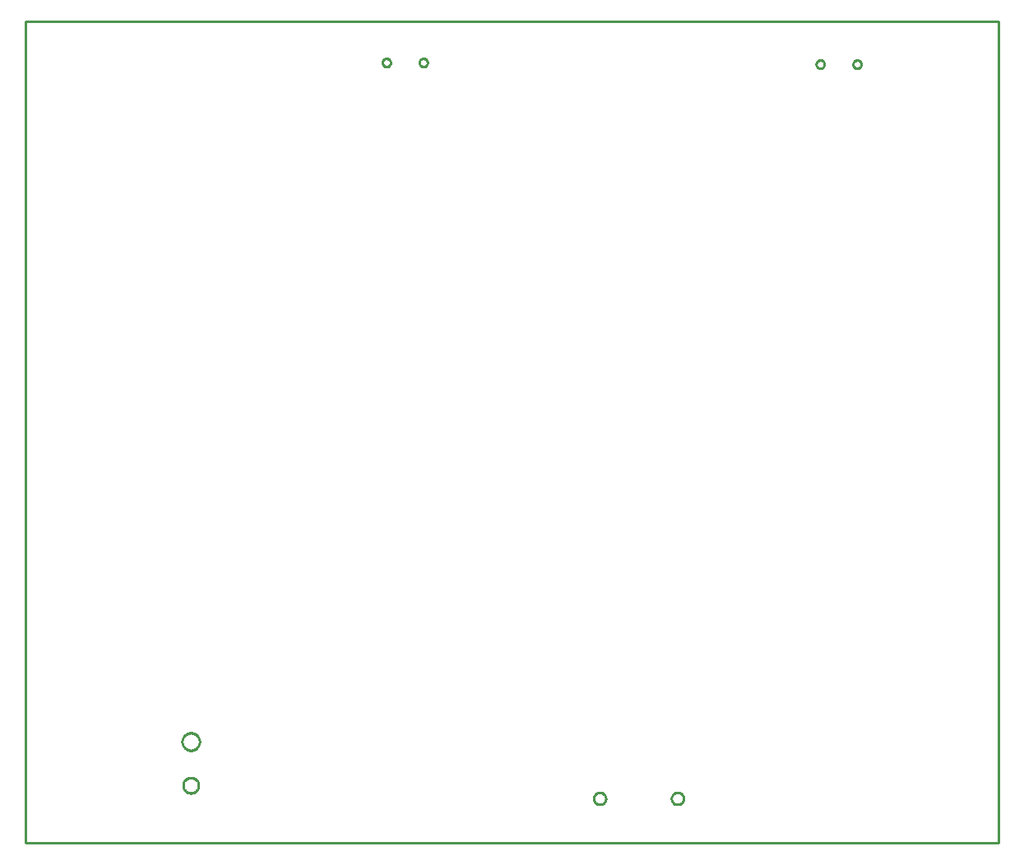
<source format=gbr>
G04 EAGLE Gerber RS-274X export*
G75*
%MOMM*%
%FSLAX34Y34*%
%LPD*%
%IN*%
%IPPOS*%
%AMOC8*
5,1,8,0,0,1.08239X$1,22.5*%
G01*
%ADD10C,0.254000*%


D10*
X-4000Y0D02*
X997500Y0D01*
X997500Y846000D01*
X-4000Y846000D01*
X-4000Y0D01*
X175090Y104137D02*
X175022Y103354D01*
X174885Y102580D01*
X174682Y101821D01*
X174413Y101083D01*
X174081Y100370D01*
X173688Y99690D01*
X173237Y99046D01*
X172732Y98444D01*
X172176Y97888D01*
X171574Y97383D01*
X170930Y96932D01*
X170250Y96539D01*
X169537Y96207D01*
X168799Y95938D01*
X168040Y95735D01*
X167266Y95599D01*
X166483Y95530D01*
X165697Y95530D01*
X164914Y95599D01*
X164140Y95735D01*
X163381Y95938D01*
X162643Y96207D01*
X161930Y96539D01*
X161250Y96932D01*
X160606Y97383D01*
X160004Y97888D01*
X159448Y98444D01*
X158943Y99046D01*
X158492Y99690D01*
X158099Y100370D01*
X157767Y101083D01*
X157498Y101821D01*
X157295Y102580D01*
X157159Y103354D01*
X157090Y104137D01*
X157090Y104923D01*
X157159Y105706D01*
X157295Y106480D01*
X157498Y107239D01*
X157767Y107977D01*
X158099Y108690D01*
X158492Y109370D01*
X158943Y110014D01*
X159448Y110616D01*
X160004Y111172D01*
X160606Y111677D01*
X161250Y112128D01*
X161930Y112521D01*
X162643Y112853D01*
X163381Y113122D01*
X164140Y113325D01*
X164914Y113462D01*
X165697Y113530D01*
X166483Y113530D01*
X167266Y113462D01*
X168040Y113325D01*
X168799Y113122D01*
X169537Y112853D01*
X170250Y112521D01*
X170930Y112128D01*
X171574Y111677D01*
X172176Y111172D01*
X172732Y110616D01*
X173237Y110014D01*
X173688Y109370D01*
X174081Y108690D01*
X174413Y107977D01*
X174682Y107239D01*
X174885Y106480D01*
X175022Y105706D01*
X175090Y104923D01*
X175090Y104137D01*
X174090Y59137D02*
X174013Y58355D01*
X173860Y57584D01*
X173631Y56832D01*
X173331Y56105D01*
X172960Y55412D01*
X172523Y54759D01*
X172025Y54151D01*
X171469Y53595D01*
X170861Y53097D01*
X170208Y52660D01*
X169515Y52289D01*
X168788Y51989D01*
X168036Y51760D01*
X167265Y51607D01*
X166483Y51530D01*
X165697Y51530D01*
X164915Y51607D01*
X164144Y51760D01*
X163392Y51989D01*
X162665Y52289D01*
X161972Y52660D01*
X161319Y53097D01*
X160711Y53595D01*
X160155Y54151D01*
X159657Y54759D01*
X159220Y55412D01*
X158849Y56105D01*
X158549Y56832D01*
X158320Y57584D01*
X158167Y58355D01*
X158090Y59137D01*
X158090Y59923D01*
X158167Y60705D01*
X158320Y61476D01*
X158549Y62228D01*
X158849Y62955D01*
X159220Y63648D01*
X159657Y64301D01*
X160155Y64909D01*
X160711Y65465D01*
X161319Y65963D01*
X161972Y66400D01*
X162665Y66771D01*
X163392Y67071D01*
X164144Y67300D01*
X164915Y67453D01*
X165697Y67530D01*
X166483Y67530D01*
X167265Y67453D01*
X168036Y67300D01*
X168788Y67071D01*
X169515Y66771D01*
X170208Y66400D01*
X170861Y65963D01*
X171469Y65465D01*
X172025Y64909D01*
X172523Y64301D01*
X172960Y63648D01*
X173331Y62955D01*
X173631Y62228D01*
X173860Y61476D01*
X174013Y60705D01*
X174090Y59923D01*
X174090Y59137D01*
X405151Y799470D02*
X404599Y799543D01*
X404061Y799687D01*
X403546Y799900D01*
X403064Y800179D01*
X402622Y800518D01*
X402228Y800912D01*
X401889Y801354D01*
X401610Y801836D01*
X401397Y802351D01*
X401253Y802889D01*
X401180Y803441D01*
X401180Y803999D01*
X401253Y804551D01*
X401397Y805089D01*
X401610Y805604D01*
X401889Y806086D01*
X402228Y806528D01*
X402622Y806922D01*
X403064Y807261D01*
X403546Y807540D01*
X404061Y807753D01*
X404599Y807897D01*
X405151Y807970D01*
X405709Y807970D01*
X406261Y807897D01*
X406799Y807753D01*
X407314Y807540D01*
X407796Y807261D01*
X408238Y806922D01*
X408632Y806528D01*
X408971Y806086D01*
X409250Y805604D01*
X409463Y805089D01*
X409607Y804551D01*
X409680Y803999D01*
X409680Y803441D01*
X409607Y802889D01*
X409463Y802351D01*
X409250Y801836D01*
X408971Y801354D01*
X408632Y800912D01*
X408238Y800518D01*
X407796Y800179D01*
X407314Y799900D01*
X406799Y799687D01*
X406261Y799543D01*
X405709Y799470D01*
X405151Y799470D01*
X367151Y799470D02*
X366599Y799543D01*
X366061Y799687D01*
X365546Y799900D01*
X365064Y800179D01*
X364622Y800518D01*
X364228Y800912D01*
X363889Y801354D01*
X363610Y801836D01*
X363397Y802351D01*
X363253Y802889D01*
X363180Y803441D01*
X363180Y803999D01*
X363253Y804551D01*
X363397Y805089D01*
X363610Y805604D01*
X363889Y806086D01*
X364228Y806528D01*
X364622Y806922D01*
X365064Y807261D01*
X365546Y807540D01*
X366061Y807753D01*
X366599Y807897D01*
X367151Y807970D01*
X367709Y807970D01*
X368261Y807897D01*
X368799Y807753D01*
X369314Y807540D01*
X369796Y807261D01*
X370238Y806922D01*
X370632Y806528D01*
X370971Y806086D01*
X371250Y805604D01*
X371463Y805089D01*
X371607Y804551D01*
X371680Y803999D01*
X371680Y803441D01*
X371607Y802889D01*
X371463Y802351D01*
X371250Y801836D01*
X370971Y801354D01*
X370632Y800912D01*
X370238Y800518D01*
X369796Y800179D01*
X369314Y799900D01*
X368799Y799687D01*
X368261Y799543D01*
X367709Y799470D01*
X367151Y799470D01*
X660750Y46351D02*
X660829Y47049D01*
X660985Y47733D01*
X661217Y48396D01*
X661521Y49028D01*
X661895Y49622D01*
X662332Y50171D01*
X662829Y50668D01*
X663378Y51105D01*
X663972Y51479D01*
X664604Y51783D01*
X665267Y52015D01*
X665951Y52171D01*
X666649Y52250D01*
X667351Y52250D01*
X668049Y52171D01*
X668733Y52015D01*
X669396Y51783D01*
X670028Y51479D01*
X670622Y51105D01*
X671171Y50668D01*
X671668Y50171D01*
X672105Y49622D01*
X672479Y49028D01*
X672783Y48396D01*
X673015Y47733D01*
X673171Y47049D01*
X673250Y46351D01*
X673250Y45649D01*
X673171Y44951D01*
X673015Y44267D01*
X672783Y43604D01*
X672479Y42972D01*
X672105Y42378D01*
X671668Y41829D01*
X671171Y41332D01*
X670622Y40895D01*
X670028Y40521D01*
X669396Y40217D01*
X668733Y39985D01*
X668049Y39829D01*
X667351Y39750D01*
X666649Y39750D01*
X665951Y39829D01*
X665267Y39985D01*
X664604Y40217D01*
X663972Y40521D01*
X663378Y40895D01*
X662829Y41332D01*
X662332Y41829D01*
X661895Y42378D01*
X661521Y42972D01*
X661217Y43604D01*
X660985Y44267D01*
X660829Y44951D01*
X660750Y45649D01*
X660750Y46351D01*
X580750Y46351D02*
X580829Y47049D01*
X580985Y47733D01*
X581217Y48396D01*
X581521Y49028D01*
X581895Y49622D01*
X582332Y50171D01*
X582829Y50668D01*
X583378Y51105D01*
X583972Y51479D01*
X584604Y51783D01*
X585267Y52015D01*
X585951Y52171D01*
X586649Y52250D01*
X587351Y52250D01*
X588049Y52171D01*
X588733Y52015D01*
X589396Y51783D01*
X590028Y51479D01*
X590622Y51105D01*
X591171Y50668D01*
X591668Y50171D01*
X592105Y49622D01*
X592479Y49028D01*
X592783Y48396D01*
X593015Y47733D01*
X593171Y47049D01*
X593250Y46351D01*
X593250Y45649D01*
X593171Y44951D01*
X593015Y44267D01*
X592783Y43604D01*
X592479Y42972D01*
X592105Y42378D01*
X591668Y41829D01*
X591171Y41332D01*
X590622Y40895D01*
X590028Y40521D01*
X589396Y40217D01*
X588733Y39985D01*
X588049Y39829D01*
X587351Y39750D01*
X586649Y39750D01*
X585951Y39829D01*
X585267Y39985D01*
X584604Y40217D01*
X583972Y40521D01*
X583378Y40895D01*
X582829Y41332D01*
X582332Y41829D01*
X581895Y42378D01*
X581521Y42972D01*
X581217Y43604D01*
X580985Y44267D01*
X580829Y44951D01*
X580750Y45649D01*
X580750Y46351D01*
X851721Y797750D02*
X851169Y797823D01*
X850631Y797967D01*
X850116Y798180D01*
X849634Y798459D01*
X849192Y798798D01*
X848798Y799192D01*
X848459Y799634D01*
X848180Y800116D01*
X847967Y800631D01*
X847823Y801169D01*
X847750Y801721D01*
X847750Y802279D01*
X847823Y802831D01*
X847967Y803369D01*
X848180Y803884D01*
X848459Y804366D01*
X848798Y804808D01*
X849192Y805202D01*
X849634Y805541D01*
X850116Y805820D01*
X850631Y806033D01*
X851169Y806177D01*
X851721Y806250D01*
X852279Y806250D01*
X852831Y806177D01*
X853369Y806033D01*
X853884Y805820D01*
X854366Y805541D01*
X854808Y805202D01*
X855202Y804808D01*
X855541Y804366D01*
X855820Y803884D01*
X856033Y803369D01*
X856177Y802831D01*
X856250Y802279D01*
X856250Y801721D01*
X856177Y801169D01*
X856033Y800631D01*
X855820Y800116D01*
X855541Y799634D01*
X855202Y799192D01*
X854808Y798798D01*
X854366Y798459D01*
X853884Y798180D01*
X853369Y797967D01*
X852831Y797823D01*
X852279Y797750D01*
X851721Y797750D01*
X813721Y797750D02*
X813169Y797823D01*
X812631Y797967D01*
X812116Y798180D01*
X811634Y798459D01*
X811192Y798798D01*
X810798Y799192D01*
X810459Y799634D01*
X810180Y800116D01*
X809967Y800631D01*
X809823Y801169D01*
X809750Y801721D01*
X809750Y802279D01*
X809823Y802831D01*
X809967Y803369D01*
X810180Y803884D01*
X810459Y804366D01*
X810798Y804808D01*
X811192Y805202D01*
X811634Y805541D01*
X812116Y805820D01*
X812631Y806033D01*
X813169Y806177D01*
X813721Y806250D01*
X814279Y806250D01*
X814831Y806177D01*
X815369Y806033D01*
X815884Y805820D01*
X816366Y805541D01*
X816808Y805202D01*
X817202Y804808D01*
X817541Y804366D01*
X817820Y803884D01*
X818033Y803369D01*
X818177Y802831D01*
X818250Y802279D01*
X818250Y801721D01*
X818177Y801169D01*
X818033Y800631D01*
X817820Y800116D01*
X817541Y799634D01*
X817202Y799192D01*
X816808Y798798D01*
X816366Y798459D01*
X815884Y798180D01*
X815369Y797967D01*
X814831Y797823D01*
X814279Y797750D01*
X813721Y797750D01*
M02*

</source>
